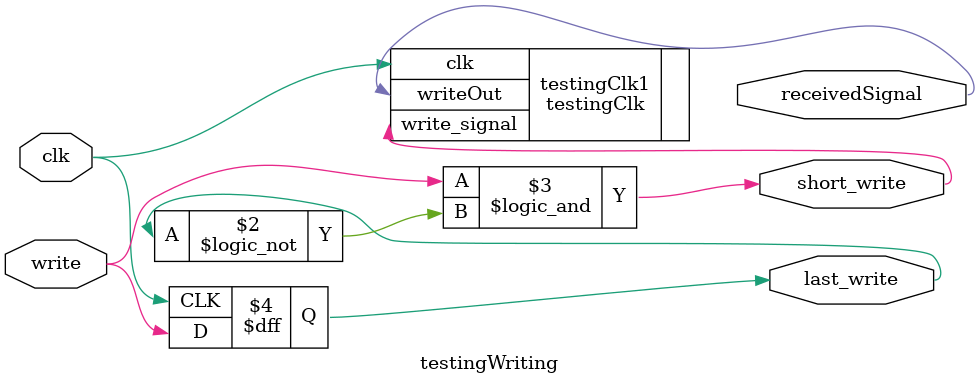
<source format=v>
module testingWriting( clk, write,last_write, receivedSignal,short_write);

input clk, write;
output short_write;

output reg last_write;
output receivedSignal;

always @ (posedge clk)
	begin
		last_write <= write;
	end

	assign short_write = write && ! last_write;
	
	 
	 testingClk testingClk1
	 (
		.clk(clk),
		.write_signal(short_write),
		.writeOut(receivedSignal),
	);

endmodule



</source>
